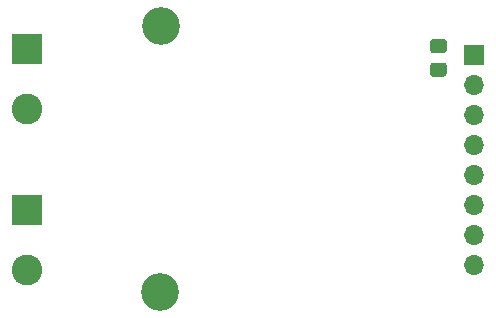
<source format=gbs>
G04 #@! TF.GenerationSoftware,KiCad,Pcbnew,(6.0.6)*
G04 #@! TF.CreationDate,2023-11-23T12:30:35+01:00*
G04 #@! TF.ProjectId,current-sensor-acs712,63757272-656e-4742-9d73-656e736f722d,rev?*
G04 #@! TF.SameCoordinates,Original*
G04 #@! TF.FileFunction,Soldermask,Bot*
G04 #@! TF.FilePolarity,Negative*
%FSLAX46Y46*%
G04 Gerber Fmt 4.6, Leading zero omitted, Abs format (unit mm)*
G04 Created by KiCad (PCBNEW (6.0.6)) date 2023-11-23 12:30:35*
%MOMM*%
%LPD*%
G01*
G04 APERTURE LIST*
%ADD10R,2.600000X2.600000*%
%ADD11C,2.600000*%
%ADD12R,1.700000X1.700000*%
%ADD13O,1.700000X1.700000*%
%ADD14C,3.200000*%
G04 APERTURE END LIST*
D10*
X77200000Y-60400000D03*
D11*
X77200000Y-65480000D03*
D12*
X115040000Y-47280000D03*
D13*
X115040000Y-49820000D03*
X115040000Y-52360000D03*
X115040000Y-54900000D03*
X115040000Y-57440000D03*
X115040000Y-59980000D03*
X115040000Y-62520000D03*
X115040000Y-65060000D03*
D10*
X77200000Y-46760000D03*
D11*
X77200000Y-51840000D03*
D14*
X88520000Y-44840000D03*
X88470000Y-67330000D03*
G36*
G01*
X112470000Y-49150000D02*
X111570000Y-49150000D01*
G75*
G02*
X111320000Y-48900000I0J250000D01*
G01*
X111320000Y-48200000D01*
G75*
G02*
X111570000Y-47950000I250000J0D01*
G01*
X112470000Y-47950000D01*
G75*
G02*
X112720000Y-48200000I0J-250000D01*
G01*
X112720000Y-48900000D01*
G75*
G02*
X112470000Y-49150000I-250000J0D01*
G01*
G37*
G36*
G01*
X112470000Y-47150000D02*
X111570000Y-47150000D01*
G75*
G02*
X111320000Y-46900000I0J250000D01*
G01*
X111320000Y-46200000D01*
G75*
G02*
X111570000Y-45950000I250000J0D01*
G01*
X112470000Y-45950000D01*
G75*
G02*
X112720000Y-46200000I0J-250000D01*
G01*
X112720000Y-46900000D01*
G75*
G02*
X112470000Y-47150000I-250000J0D01*
G01*
G37*
M02*

</source>
